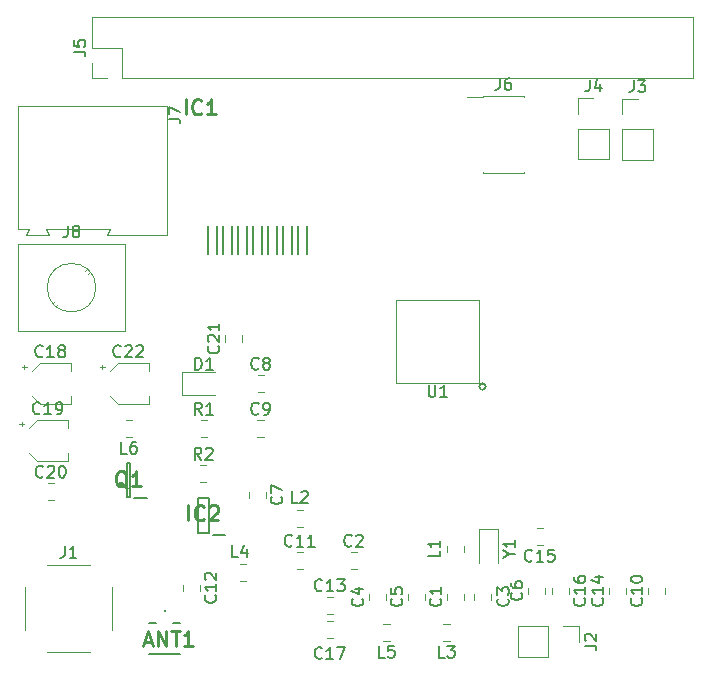
<source format=gbr>
G04 #@! TF.GenerationSoftware,KiCad,Pcbnew,(5.0.0)*
G04 #@! TF.CreationDate,2019-04-02T14:56:13-03:00*
G04 #@! TF.ProjectId,basic-hat,62617369632D6861742E6B696361645F,rev?*
G04 #@! TF.SameCoordinates,Original*
G04 #@! TF.FileFunction,Legend,Top*
G04 #@! TF.FilePolarity,Positive*
%FSLAX46Y46*%
G04 Gerber Fmt 4.6, Leading zero omitted, Abs format (unit mm)*
G04 Created by KiCad (PCBNEW (5.0.0)) date 04/02/19 14:56:13*
%MOMM*%
%LPD*%
G01*
G04 APERTURE LIST*
%ADD10C,0.200000*%
%ADD11C,0.254000*%
%ADD12C,0.120000*%
%ADD13C,0.152400*%
%ADD14C,0.008000*%
%ADD15C,0.150000*%
G04 APERTURE END LIST*
D10*
G04 #@! TO.C,ANT1*
X54640000Y-75723000D02*
X52040000Y-75723000D01*
X54640000Y-73123000D02*
X54101000Y-73123000D01*
X52040000Y-73123000D02*
X52579000Y-73123000D01*
D11*
X53384000Y-72070000D02*
G75*
G03X53384000Y-72070000I-31000J0D01*
G01*
D12*
G04 #@! TO.C,C1*
X78688000Y-71136252D02*
X78688000Y-70613748D01*
X77268000Y-71136252D02*
X77268000Y-70613748D01*
G04 #@! TO.C,C2*
X69089748Y-67108000D02*
X69612252Y-67108000D01*
X69089748Y-68528000D02*
X69612252Y-68528000D01*
G04 #@! TO.C,C3*
X79554000Y-71127252D02*
X79554000Y-70604748D01*
X80974000Y-71127252D02*
X80974000Y-70604748D01*
G04 #@! TO.C,C4*
X70664000Y-71127252D02*
X70664000Y-70604748D01*
X72084000Y-71127252D02*
X72084000Y-70604748D01*
G04 #@! TO.C,C5*
X75386000Y-71127252D02*
X75386000Y-70604748D01*
X73966000Y-71127252D02*
X73966000Y-70604748D01*
G04 #@! TO.C,C6*
X84126000Y-70619252D02*
X84126000Y-70096748D01*
X85546000Y-70619252D02*
X85546000Y-70096748D01*
G04 #@! TO.C,C7*
X60504000Y-61977748D02*
X60504000Y-62500252D01*
X61924000Y-61977748D02*
X61924000Y-62500252D01*
G04 #@! TO.C,C8*
X61215748Y-53542000D02*
X61738252Y-53542000D01*
X61215748Y-52122000D02*
X61738252Y-52122000D01*
G04 #@! TO.C,C9*
X61206748Y-57352000D02*
X61729252Y-57352000D01*
X61206748Y-55932000D02*
X61729252Y-55932000D01*
G04 #@! TO.C,C10*
X94286000Y-70628252D02*
X94286000Y-70105748D01*
X95706000Y-70628252D02*
X95706000Y-70105748D01*
G04 #@! TO.C,C11*
X64517748Y-68528000D02*
X65040252Y-68528000D01*
X64517748Y-67108000D02*
X65040252Y-67108000D01*
G04 #@! TO.C,C12*
X56336000Y-69842748D02*
X56336000Y-70365252D01*
X54916000Y-69842748D02*
X54916000Y-70365252D01*
G04 #@! TO.C,C13*
X67057748Y-72305001D02*
X67580252Y-72305001D01*
X67057748Y-70885001D02*
X67580252Y-70885001D01*
G04 #@! TO.C,C14*
X90984000Y-70628252D02*
X90984000Y-70105748D01*
X92404000Y-70628252D02*
X92404000Y-70105748D01*
G04 #@! TO.C,C15*
X85360252Y-65076000D02*
X84837748Y-65076000D01*
X85360252Y-66496000D02*
X84837748Y-66496000D01*
G04 #@! TO.C,C16*
X87578000Y-70105748D02*
X87578000Y-70628252D01*
X86158000Y-70105748D02*
X86158000Y-70628252D01*
G04 #@! TO.C,C17*
X67057748Y-72950000D02*
X67580252Y-72950000D01*
X67057748Y-74370000D02*
X67580252Y-74370000D01*
G04 #@! TO.C,C18*
X41476500Y-51209500D02*
X41476500Y-51584500D01*
X41289000Y-51397000D02*
X41664000Y-51397000D01*
X42093437Y-53892000D02*
X42793437Y-54592000D01*
X42093437Y-51772000D02*
X42793437Y-51072000D01*
X42793437Y-54592000D02*
X45424000Y-54592000D01*
X42793437Y-51072000D02*
X45424000Y-51072000D01*
X45424000Y-51072000D02*
X45424000Y-51772000D01*
X45424000Y-54592000D02*
X45424000Y-53892000D01*
G04 #@! TO.C,C19*
X45194000Y-59418000D02*
X45194000Y-58718000D01*
X45194000Y-55898000D02*
X45194000Y-56598000D01*
X42563437Y-55898000D02*
X45194000Y-55898000D01*
X42563437Y-59418000D02*
X45194000Y-59418000D01*
X41863437Y-56598000D02*
X42563437Y-55898000D01*
X41863437Y-58718000D02*
X42563437Y-59418000D01*
X41059000Y-56223000D02*
X41434000Y-56223000D01*
X41246500Y-56035500D02*
X41246500Y-56410500D01*
G04 #@! TO.C,C20*
X43435748Y-61266000D02*
X43958252Y-61266000D01*
X43435748Y-62686000D02*
X43958252Y-62686000D01*
G04 #@! TO.C,C21*
X59892000Y-49274252D02*
X59892000Y-48751748D01*
X58472000Y-49274252D02*
X58472000Y-48751748D01*
G04 #@! TO.C,C22*
X52028000Y-54592000D02*
X52028000Y-53892000D01*
X52028000Y-51072000D02*
X52028000Y-51772000D01*
X49397437Y-51072000D02*
X52028000Y-51072000D01*
X49397437Y-54592000D02*
X52028000Y-54592000D01*
X48697437Y-51772000D02*
X49397437Y-51072000D01*
X48697437Y-53892000D02*
X49397437Y-54592000D01*
X47893000Y-51397000D02*
X48268000Y-51397000D01*
X48080500Y-51209500D02*
X48080500Y-51584500D01*
G04 #@! TO.C,D1*
X57651000Y-51872000D02*
X54791000Y-51872000D01*
X54791000Y-51872000D02*
X54791000Y-53792000D01*
X54791000Y-53792000D02*
X57651000Y-53792000D01*
D13*
G04 #@! TO.C,IC1*
X56997600Y-39471600D02*
X56997600Y-41884600D01*
X58267600Y-39471600D02*
X58267600Y-41884600D01*
X59537600Y-39471600D02*
X59537600Y-41884600D01*
X60807600Y-39471600D02*
X60807600Y-41884600D01*
X62077600Y-39471600D02*
X62077600Y-41884600D01*
X63347600Y-39471600D02*
X63347600Y-41884600D01*
X64617600Y-39471600D02*
X64617600Y-41884600D01*
X57810400Y-39471600D02*
X57810400Y-41884600D01*
X59080400Y-39471600D02*
X59080400Y-41884600D01*
X60350400Y-39471600D02*
X60350400Y-41884600D01*
X61620400Y-39471600D02*
X61620400Y-41884600D01*
X62890400Y-39471600D02*
X62890400Y-41884600D01*
X64160400Y-39471600D02*
X64160400Y-41884600D01*
X65430400Y-39471600D02*
X65430400Y-41884600D01*
D10*
G04 #@! TO.C,IC2*
X57092000Y-65483000D02*
X56192000Y-65483000D01*
X56192000Y-65483000D02*
X56192000Y-62533000D01*
X56192000Y-62533000D02*
X57092000Y-62533000D01*
X57092000Y-62533000D02*
X57092000Y-65483000D01*
X58442000Y-65608000D02*
X57442000Y-65608000D01*
D12*
G04 #@! TO.C,J1*
X41532000Y-70082000D02*
X41532000Y-73682000D01*
X48892000Y-70082000D02*
X48892000Y-73682000D01*
X43412000Y-75562000D02*
X47012000Y-75562000D01*
X43412000Y-68202000D02*
X47012000Y-68202000D01*
G04 #@! TO.C,J2*
X88452000Y-73346000D02*
X88452000Y-74676000D01*
X87122000Y-73346000D02*
X88452000Y-73346000D01*
X85852000Y-73346000D02*
X85852000Y-76006000D01*
X85852000Y-76006000D02*
X83252000Y-76006000D01*
X85852000Y-73346000D02*
X83252000Y-73346000D01*
X83252000Y-73346000D02*
X83252000Y-76006000D01*
G04 #@! TO.C,J3*
X92059001Y-33889001D02*
X94719001Y-33889001D01*
X92059001Y-31289001D02*
X92059001Y-33889001D01*
X94719001Y-31289001D02*
X94719001Y-33889001D01*
X92059001Y-31289001D02*
X94719001Y-31289001D01*
X92059001Y-30019001D02*
X92059001Y-28689001D01*
X92059001Y-28689001D02*
X93389001Y-28689001D01*
G04 #@! TO.C,J4*
X88332000Y-33842000D02*
X90992000Y-33842000D01*
X88332000Y-31242000D02*
X88332000Y-33842000D01*
X90992000Y-31242000D02*
X90992000Y-33842000D01*
X88332000Y-31242000D02*
X90992000Y-31242000D01*
X88332000Y-29972000D02*
X88332000Y-28642000D01*
X88332000Y-28642000D02*
X89662000Y-28642000D01*
G04 #@! TO.C,J5*
X98104000Y-26984000D02*
X98104000Y-21784000D01*
X49784000Y-26984000D02*
X98104000Y-26984000D01*
X47184000Y-21784000D02*
X98104000Y-21784000D01*
X49784000Y-26984000D02*
X49784000Y-24384000D01*
X49784000Y-24384000D02*
X47184000Y-24384000D01*
X47184000Y-24384000D02*
X47184000Y-21784000D01*
X48514000Y-26984000D02*
X47184000Y-26984000D01*
X47184000Y-26984000D02*
X47184000Y-25654000D01*
G04 #@! TO.C,J6*
X80277000Y-28515000D02*
X83807000Y-28515000D01*
X80277000Y-34985000D02*
X83807000Y-34985000D01*
X78952000Y-28580000D02*
X80277000Y-28580000D01*
X80277000Y-28515000D02*
X80277000Y-28580000D01*
X83807000Y-28515000D02*
X83807000Y-28580000D01*
X80277000Y-34920000D02*
X80277000Y-34985000D01*
X83807000Y-34920000D02*
X83807000Y-34985000D01*
G04 #@! TO.C,J7*
X53544000Y-29354000D02*
X40944000Y-29354000D01*
X40944000Y-29354000D02*
X40944000Y-39704000D01*
X40944000Y-39704000D02*
X41894000Y-39704000D01*
X41894000Y-39704000D02*
X41644000Y-40204000D01*
X41644000Y-40204000D02*
X43544000Y-40204000D01*
X43544000Y-40204000D02*
X43594000Y-40204000D01*
X43594000Y-40204000D02*
X43344000Y-39704000D01*
X43344000Y-39704000D02*
X48744000Y-39704000D01*
X48744000Y-39704000D02*
X48444000Y-40204000D01*
X48444000Y-40204000D02*
X53544000Y-40204000D01*
X53544000Y-40204000D02*
X53544000Y-29354000D01*
G04 #@! TO.C,J8*
X47526000Y-44704000D02*
G75*
G03X47526000Y-44704000I-2060000J0D01*
G01*
X47029000Y-43393000D02*
X46842000Y-43579000D01*
X44298000Y-46123000D02*
X44154000Y-46267000D01*
X46778000Y-43141000D02*
X46634000Y-43285000D01*
X44090000Y-45828000D02*
X43903000Y-46015000D01*
X40906000Y-40994000D02*
X50026000Y-40994000D01*
X40906000Y-48414000D02*
X50026000Y-48414000D01*
X40906000Y-40994000D02*
X40906000Y-48414000D01*
X50026000Y-40994000D02*
X50026000Y-48414000D01*
G04 #@! TO.C,L1*
X78688000Y-66549748D02*
X78688000Y-67072252D01*
X77268000Y-66549748D02*
X77268000Y-67072252D01*
G04 #@! TO.C,L2*
X65040252Y-64972000D02*
X64517748Y-64972000D01*
X65040252Y-63552000D02*
X64517748Y-63552000D01*
G04 #@! TO.C,L3*
X77477252Y-73204000D02*
X76954748Y-73204000D01*
X77477252Y-74624000D02*
X76954748Y-74624000D01*
G04 #@! TO.C,L4*
X60214252Y-68124000D02*
X59691748Y-68124000D01*
X60214252Y-69544000D02*
X59691748Y-69544000D01*
G04 #@! TO.C,L5*
X72397252Y-74624000D02*
X71874748Y-74624000D01*
X72397252Y-73204000D02*
X71874748Y-73204000D01*
G04 #@! TO.C,L6*
X50562252Y-55932000D02*
X50039748Y-55932000D01*
X50562252Y-57352000D02*
X50039748Y-57352000D01*
D10*
G04 #@! TO.C,Q1*
X50442000Y-62410000D02*
X50142000Y-62410000D01*
X50142000Y-62410000D02*
X50142000Y-59510000D01*
X50142000Y-59510000D02*
X50442000Y-59510000D01*
X50442000Y-59510000D02*
X50442000Y-62410000D01*
X51892000Y-62495000D02*
X50792000Y-62495000D01*
D12*
G04 #@! TO.C,R1*
X56389748Y-57352000D02*
X56912252Y-57352000D01*
X56389748Y-55932000D02*
X56912252Y-55932000D01*
G04 #@! TO.C,R2*
X56371748Y-59742000D02*
X56894252Y-59742000D01*
X56371748Y-61162000D02*
X56894252Y-61162000D01*
D14*
G04 #@! TO.C,U1*
X79946500Y-52768500D02*
X72961500Y-52768500D01*
X72961500Y-52768500D02*
X72961500Y-45783500D01*
X72961500Y-45783500D02*
X79946500Y-45783500D01*
X79946500Y-45783500D02*
X79946500Y-52768500D01*
D15*
X80533408Y-53086000D02*
G75*
G03X80533408Y-53086000I-269408J0D01*
G01*
D12*
G04 #@! TO.C,Y1*
X81572000Y-68002000D02*
X81572000Y-65152000D01*
X81572000Y-65152000D02*
X79972000Y-65152000D01*
X79972000Y-65152000D02*
X79972000Y-68002000D01*
G04 #@! TO.C,ANT1*
D11*
X51615809Y-74685666D02*
X52220571Y-74685666D01*
X51494857Y-75048523D02*
X51918190Y-73778523D01*
X52341523Y-75048523D01*
X52764857Y-75048523D02*
X52764857Y-73778523D01*
X53490571Y-75048523D01*
X53490571Y-73778523D01*
X53913904Y-73778523D02*
X54639619Y-73778523D01*
X54276761Y-75048523D02*
X54276761Y-73778523D01*
X55728190Y-75048523D02*
X55002476Y-75048523D01*
X55365333Y-75048523D02*
X55365333Y-73778523D01*
X55244380Y-73959952D01*
X55123428Y-74080904D01*
X55002476Y-74141380D01*
G04 #@! TO.C,C1*
D15*
X76685142Y-71041666D02*
X76732761Y-71089285D01*
X76780380Y-71232142D01*
X76780380Y-71327380D01*
X76732761Y-71470238D01*
X76637523Y-71565476D01*
X76542285Y-71613095D01*
X76351809Y-71660714D01*
X76208952Y-71660714D01*
X76018476Y-71613095D01*
X75923238Y-71565476D01*
X75828000Y-71470238D01*
X75780380Y-71327380D01*
X75780380Y-71232142D01*
X75828000Y-71089285D01*
X75875619Y-71041666D01*
X76780380Y-70089285D02*
X76780380Y-70660714D01*
X76780380Y-70375000D02*
X75780380Y-70375000D01*
X75923238Y-70470238D01*
X76018476Y-70565476D01*
X76066095Y-70660714D01*
G04 #@! TO.C,C2*
X69184333Y-66525142D02*
X69136714Y-66572761D01*
X68993857Y-66620380D01*
X68898619Y-66620380D01*
X68755761Y-66572761D01*
X68660523Y-66477523D01*
X68612904Y-66382285D01*
X68565285Y-66191809D01*
X68565285Y-66048952D01*
X68612904Y-65858476D01*
X68660523Y-65763238D01*
X68755761Y-65668000D01*
X68898619Y-65620380D01*
X68993857Y-65620380D01*
X69136714Y-65668000D01*
X69184333Y-65715619D01*
X69565285Y-65715619D02*
X69612904Y-65668000D01*
X69708142Y-65620380D01*
X69946238Y-65620380D01*
X70041476Y-65668000D01*
X70089095Y-65715619D01*
X70136714Y-65810857D01*
X70136714Y-65906095D01*
X70089095Y-66048952D01*
X69517666Y-66620380D01*
X70136714Y-66620380D01*
G04 #@! TO.C,C3*
X82399142Y-71032666D02*
X82446761Y-71080285D01*
X82494380Y-71223142D01*
X82494380Y-71318380D01*
X82446761Y-71461238D01*
X82351523Y-71556476D01*
X82256285Y-71604095D01*
X82065809Y-71651714D01*
X81922952Y-71651714D01*
X81732476Y-71604095D01*
X81637238Y-71556476D01*
X81542000Y-71461238D01*
X81494380Y-71318380D01*
X81494380Y-71223142D01*
X81542000Y-71080285D01*
X81589619Y-71032666D01*
X81494380Y-70699333D02*
X81494380Y-70080285D01*
X81875333Y-70413619D01*
X81875333Y-70270761D01*
X81922952Y-70175523D01*
X81970571Y-70127904D01*
X82065809Y-70080285D01*
X82303904Y-70080285D01*
X82399142Y-70127904D01*
X82446761Y-70175523D01*
X82494380Y-70270761D01*
X82494380Y-70556476D01*
X82446761Y-70651714D01*
X82399142Y-70699333D01*
G04 #@! TO.C,C4*
X70081142Y-71032666D02*
X70128761Y-71080285D01*
X70176380Y-71223142D01*
X70176380Y-71318380D01*
X70128761Y-71461238D01*
X70033523Y-71556476D01*
X69938285Y-71604095D01*
X69747809Y-71651714D01*
X69604952Y-71651714D01*
X69414476Y-71604095D01*
X69319238Y-71556476D01*
X69224000Y-71461238D01*
X69176380Y-71318380D01*
X69176380Y-71223142D01*
X69224000Y-71080285D01*
X69271619Y-71032666D01*
X69509714Y-70175523D02*
X70176380Y-70175523D01*
X69128761Y-70413619D02*
X69843047Y-70651714D01*
X69843047Y-70032666D01*
G04 #@! TO.C,C5*
X73383142Y-71032666D02*
X73430761Y-71080285D01*
X73478380Y-71223142D01*
X73478380Y-71318380D01*
X73430761Y-71461238D01*
X73335523Y-71556476D01*
X73240285Y-71604095D01*
X73049809Y-71651714D01*
X72906952Y-71651714D01*
X72716476Y-71604095D01*
X72621238Y-71556476D01*
X72526000Y-71461238D01*
X72478380Y-71318380D01*
X72478380Y-71223142D01*
X72526000Y-71080285D01*
X72573619Y-71032666D01*
X72478380Y-70127904D02*
X72478380Y-70604095D01*
X72954571Y-70651714D01*
X72906952Y-70604095D01*
X72859333Y-70508857D01*
X72859333Y-70270761D01*
X72906952Y-70175523D01*
X72954571Y-70127904D01*
X73049809Y-70080285D01*
X73287904Y-70080285D01*
X73383142Y-70127904D01*
X73430761Y-70175523D01*
X73478380Y-70270761D01*
X73478380Y-70508857D01*
X73430761Y-70604095D01*
X73383142Y-70651714D01*
G04 #@! TO.C,C6*
X83543142Y-70524666D02*
X83590761Y-70572285D01*
X83638380Y-70715142D01*
X83638380Y-70810380D01*
X83590761Y-70953238D01*
X83495523Y-71048476D01*
X83400285Y-71096095D01*
X83209809Y-71143714D01*
X83066952Y-71143714D01*
X82876476Y-71096095D01*
X82781238Y-71048476D01*
X82686000Y-70953238D01*
X82638380Y-70810380D01*
X82638380Y-70715142D01*
X82686000Y-70572285D01*
X82733619Y-70524666D01*
X82638380Y-69667523D02*
X82638380Y-69858000D01*
X82686000Y-69953238D01*
X82733619Y-70000857D01*
X82876476Y-70096095D01*
X83066952Y-70143714D01*
X83447904Y-70143714D01*
X83543142Y-70096095D01*
X83590761Y-70048476D01*
X83638380Y-69953238D01*
X83638380Y-69762761D01*
X83590761Y-69667523D01*
X83543142Y-69619904D01*
X83447904Y-69572285D01*
X83209809Y-69572285D01*
X83114571Y-69619904D01*
X83066952Y-69667523D01*
X83019333Y-69762761D01*
X83019333Y-69953238D01*
X83066952Y-70048476D01*
X83114571Y-70096095D01*
X83209809Y-70143714D01*
G04 #@! TO.C,C7*
X63221142Y-62405666D02*
X63268761Y-62453285D01*
X63316380Y-62596142D01*
X63316380Y-62691380D01*
X63268761Y-62834238D01*
X63173523Y-62929476D01*
X63078285Y-62977095D01*
X62887809Y-63024714D01*
X62744952Y-63024714D01*
X62554476Y-62977095D01*
X62459238Y-62929476D01*
X62364000Y-62834238D01*
X62316380Y-62691380D01*
X62316380Y-62596142D01*
X62364000Y-62453285D01*
X62411619Y-62405666D01*
X62316380Y-62072333D02*
X62316380Y-61405666D01*
X63316380Y-61834238D01*
G04 #@! TO.C,C8*
X61310333Y-51539142D02*
X61262714Y-51586761D01*
X61119857Y-51634380D01*
X61024619Y-51634380D01*
X60881761Y-51586761D01*
X60786523Y-51491523D01*
X60738904Y-51396285D01*
X60691285Y-51205809D01*
X60691285Y-51062952D01*
X60738904Y-50872476D01*
X60786523Y-50777238D01*
X60881761Y-50682000D01*
X61024619Y-50634380D01*
X61119857Y-50634380D01*
X61262714Y-50682000D01*
X61310333Y-50729619D01*
X61881761Y-51062952D02*
X61786523Y-51015333D01*
X61738904Y-50967714D01*
X61691285Y-50872476D01*
X61691285Y-50824857D01*
X61738904Y-50729619D01*
X61786523Y-50682000D01*
X61881761Y-50634380D01*
X62072238Y-50634380D01*
X62167476Y-50682000D01*
X62215095Y-50729619D01*
X62262714Y-50824857D01*
X62262714Y-50872476D01*
X62215095Y-50967714D01*
X62167476Y-51015333D01*
X62072238Y-51062952D01*
X61881761Y-51062952D01*
X61786523Y-51110571D01*
X61738904Y-51158190D01*
X61691285Y-51253428D01*
X61691285Y-51443904D01*
X61738904Y-51539142D01*
X61786523Y-51586761D01*
X61881761Y-51634380D01*
X62072238Y-51634380D01*
X62167476Y-51586761D01*
X62215095Y-51539142D01*
X62262714Y-51443904D01*
X62262714Y-51253428D01*
X62215095Y-51158190D01*
X62167476Y-51110571D01*
X62072238Y-51062952D01*
G04 #@! TO.C,C9*
X61301333Y-55349142D02*
X61253714Y-55396761D01*
X61110857Y-55444380D01*
X61015619Y-55444380D01*
X60872761Y-55396761D01*
X60777523Y-55301523D01*
X60729904Y-55206285D01*
X60682285Y-55015809D01*
X60682285Y-54872952D01*
X60729904Y-54682476D01*
X60777523Y-54587238D01*
X60872761Y-54492000D01*
X61015619Y-54444380D01*
X61110857Y-54444380D01*
X61253714Y-54492000D01*
X61301333Y-54539619D01*
X61777523Y-55444380D02*
X61968000Y-55444380D01*
X62063238Y-55396761D01*
X62110857Y-55349142D01*
X62206095Y-55206285D01*
X62253714Y-55015809D01*
X62253714Y-54634857D01*
X62206095Y-54539619D01*
X62158476Y-54492000D01*
X62063238Y-54444380D01*
X61872761Y-54444380D01*
X61777523Y-54492000D01*
X61729904Y-54539619D01*
X61682285Y-54634857D01*
X61682285Y-54872952D01*
X61729904Y-54968190D01*
X61777523Y-55015809D01*
X61872761Y-55063428D01*
X62063238Y-55063428D01*
X62158476Y-55015809D01*
X62206095Y-54968190D01*
X62253714Y-54872952D01*
G04 #@! TO.C,C10*
X93703142Y-71009857D02*
X93750761Y-71057476D01*
X93798380Y-71200333D01*
X93798380Y-71295571D01*
X93750761Y-71438428D01*
X93655523Y-71533666D01*
X93560285Y-71581285D01*
X93369809Y-71628904D01*
X93226952Y-71628904D01*
X93036476Y-71581285D01*
X92941238Y-71533666D01*
X92846000Y-71438428D01*
X92798380Y-71295571D01*
X92798380Y-71200333D01*
X92846000Y-71057476D01*
X92893619Y-71009857D01*
X93798380Y-70057476D02*
X93798380Y-70628904D01*
X93798380Y-70343190D02*
X92798380Y-70343190D01*
X92941238Y-70438428D01*
X93036476Y-70533666D01*
X93084095Y-70628904D01*
X92798380Y-69438428D02*
X92798380Y-69343190D01*
X92846000Y-69247952D01*
X92893619Y-69200333D01*
X92988857Y-69152714D01*
X93179333Y-69105095D01*
X93417428Y-69105095D01*
X93607904Y-69152714D01*
X93703142Y-69200333D01*
X93750761Y-69247952D01*
X93798380Y-69343190D01*
X93798380Y-69438428D01*
X93750761Y-69533666D01*
X93703142Y-69581285D01*
X93607904Y-69628904D01*
X93417428Y-69676523D01*
X93179333Y-69676523D01*
X92988857Y-69628904D01*
X92893619Y-69581285D01*
X92846000Y-69533666D01*
X92798380Y-69438428D01*
G04 #@! TO.C,C11*
X64136142Y-66525142D02*
X64088523Y-66572761D01*
X63945666Y-66620380D01*
X63850428Y-66620380D01*
X63707571Y-66572761D01*
X63612333Y-66477523D01*
X63564714Y-66382285D01*
X63517095Y-66191809D01*
X63517095Y-66048952D01*
X63564714Y-65858476D01*
X63612333Y-65763238D01*
X63707571Y-65668000D01*
X63850428Y-65620380D01*
X63945666Y-65620380D01*
X64088523Y-65668000D01*
X64136142Y-65715619D01*
X65088523Y-66620380D02*
X64517095Y-66620380D01*
X64802809Y-66620380D02*
X64802809Y-65620380D01*
X64707571Y-65763238D01*
X64612333Y-65858476D01*
X64517095Y-65906095D01*
X66040904Y-66620380D02*
X65469476Y-66620380D01*
X65755190Y-66620380D02*
X65755190Y-65620380D01*
X65659952Y-65763238D01*
X65564714Y-65858476D01*
X65469476Y-65906095D01*
G04 #@! TO.C,C12*
X57633142Y-70746857D02*
X57680761Y-70794476D01*
X57728380Y-70937333D01*
X57728380Y-71032571D01*
X57680761Y-71175428D01*
X57585523Y-71270666D01*
X57490285Y-71318285D01*
X57299809Y-71365904D01*
X57156952Y-71365904D01*
X56966476Y-71318285D01*
X56871238Y-71270666D01*
X56776000Y-71175428D01*
X56728380Y-71032571D01*
X56728380Y-70937333D01*
X56776000Y-70794476D01*
X56823619Y-70746857D01*
X57728380Y-69794476D02*
X57728380Y-70365904D01*
X57728380Y-70080190D02*
X56728380Y-70080190D01*
X56871238Y-70175428D01*
X56966476Y-70270666D01*
X57014095Y-70365904D01*
X56823619Y-69413523D02*
X56776000Y-69365904D01*
X56728380Y-69270666D01*
X56728380Y-69032571D01*
X56776000Y-68937333D01*
X56823619Y-68889714D01*
X56918857Y-68842095D01*
X57014095Y-68842095D01*
X57156952Y-68889714D01*
X57728380Y-69461142D01*
X57728380Y-68842095D01*
G04 #@! TO.C,C13*
X66676142Y-70302143D02*
X66628523Y-70349762D01*
X66485666Y-70397381D01*
X66390428Y-70397381D01*
X66247571Y-70349762D01*
X66152333Y-70254524D01*
X66104714Y-70159286D01*
X66057095Y-69968810D01*
X66057095Y-69825953D01*
X66104714Y-69635477D01*
X66152333Y-69540239D01*
X66247571Y-69445001D01*
X66390428Y-69397381D01*
X66485666Y-69397381D01*
X66628523Y-69445001D01*
X66676142Y-69492620D01*
X67628523Y-70397381D02*
X67057095Y-70397381D01*
X67342809Y-70397381D02*
X67342809Y-69397381D01*
X67247571Y-69540239D01*
X67152333Y-69635477D01*
X67057095Y-69683096D01*
X67961857Y-69397381D02*
X68580904Y-69397381D01*
X68247571Y-69778334D01*
X68390428Y-69778334D01*
X68485666Y-69825953D01*
X68533285Y-69873572D01*
X68580904Y-69968810D01*
X68580904Y-70206905D01*
X68533285Y-70302143D01*
X68485666Y-70349762D01*
X68390428Y-70397381D01*
X68104714Y-70397381D01*
X68009476Y-70349762D01*
X67961857Y-70302143D01*
G04 #@! TO.C,C14*
X90401142Y-71009857D02*
X90448761Y-71057476D01*
X90496380Y-71200333D01*
X90496380Y-71295571D01*
X90448761Y-71438428D01*
X90353523Y-71533666D01*
X90258285Y-71581285D01*
X90067809Y-71628904D01*
X89924952Y-71628904D01*
X89734476Y-71581285D01*
X89639238Y-71533666D01*
X89544000Y-71438428D01*
X89496380Y-71295571D01*
X89496380Y-71200333D01*
X89544000Y-71057476D01*
X89591619Y-71009857D01*
X90496380Y-70057476D02*
X90496380Y-70628904D01*
X90496380Y-70343190D02*
X89496380Y-70343190D01*
X89639238Y-70438428D01*
X89734476Y-70533666D01*
X89782095Y-70628904D01*
X89829714Y-69200333D02*
X90496380Y-69200333D01*
X89448761Y-69438428D02*
X90163047Y-69676523D01*
X90163047Y-69057476D01*
G04 #@! TO.C,C15*
X84456142Y-67793142D02*
X84408523Y-67840761D01*
X84265666Y-67888380D01*
X84170428Y-67888380D01*
X84027571Y-67840761D01*
X83932333Y-67745523D01*
X83884714Y-67650285D01*
X83837095Y-67459809D01*
X83837095Y-67316952D01*
X83884714Y-67126476D01*
X83932333Y-67031238D01*
X84027571Y-66936000D01*
X84170428Y-66888380D01*
X84265666Y-66888380D01*
X84408523Y-66936000D01*
X84456142Y-66983619D01*
X85408523Y-67888380D02*
X84837095Y-67888380D01*
X85122809Y-67888380D02*
X85122809Y-66888380D01*
X85027571Y-67031238D01*
X84932333Y-67126476D01*
X84837095Y-67174095D01*
X86313285Y-66888380D02*
X85837095Y-66888380D01*
X85789476Y-67364571D01*
X85837095Y-67316952D01*
X85932333Y-67269333D01*
X86170428Y-67269333D01*
X86265666Y-67316952D01*
X86313285Y-67364571D01*
X86360904Y-67459809D01*
X86360904Y-67697904D01*
X86313285Y-67793142D01*
X86265666Y-67840761D01*
X86170428Y-67888380D01*
X85932333Y-67888380D01*
X85837095Y-67840761D01*
X85789476Y-67793142D01*
G04 #@! TO.C,C16*
X88875142Y-71009857D02*
X88922761Y-71057476D01*
X88970380Y-71200333D01*
X88970380Y-71295571D01*
X88922761Y-71438428D01*
X88827523Y-71533666D01*
X88732285Y-71581285D01*
X88541809Y-71628904D01*
X88398952Y-71628904D01*
X88208476Y-71581285D01*
X88113238Y-71533666D01*
X88018000Y-71438428D01*
X87970380Y-71295571D01*
X87970380Y-71200333D01*
X88018000Y-71057476D01*
X88065619Y-71009857D01*
X88970380Y-70057476D02*
X88970380Y-70628904D01*
X88970380Y-70343190D02*
X87970380Y-70343190D01*
X88113238Y-70438428D01*
X88208476Y-70533666D01*
X88256095Y-70628904D01*
X87970380Y-69200333D02*
X87970380Y-69390809D01*
X88018000Y-69486047D01*
X88065619Y-69533666D01*
X88208476Y-69628904D01*
X88398952Y-69676523D01*
X88779904Y-69676523D01*
X88875142Y-69628904D01*
X88922761Y-69581285D01*
X88970380Y-69486047D01*
X88970380Y-69295571D01*
X88922761Y-69200333D01*
X88875142Y-69152714D01*
X88779904Y-69105095D01*
X88541809Y-69105095D01*
X88446571Y-69152714D01*
X88398952Y-69200333D01*
X88351333Y-69295571D01*
X88351333Y-69486047D01*
X88398952Y-69581285D01*
X88446571Y-69628904D01*
X88541809Y-69676523D01*
G04 #@! TO.C,C17*
X66667142Y-76049142D02*
X66619523Y-76096761D01*
X66476666Y-76144380D01*
X66381428Y-76144380D01*
X66238571Y-76096761D01*
X66143333Y-76001523D01*
X66095714Y-75906285D01*
X66048095Y-75715809D01*
X66048095Y-75572952D01*
X66095714Y-75382476D01*
X66143333Y-75287238D01*
X66238571Y-75192000D01*
X66381428Y-75144380D01*
X66476666Y-75144380D01*
X66619523Y-75192000D01*
X66667142Y-75239619D01*
X67619523Y-76144380D02*
X67048095Y-76144380D01*
X67333809Y-76144380D02*
X67333809Y-75144380D01*
X67238571Y-75287238D01*
X67143333Y-75382476D01*
X67048095Y-75430095D01*
X67952857Y-75144380D02*
X68619523Y-75144380D01*
X68190952Y-76144380D01*
G04 #@! TO.C,C18*
X43021142Y-50489142D02*
X42973523Y-50536761D01*
X42830666Y-50584380D01*
X42735428Y-50584380D01*
X42592571Y-50536761D01*
X42497333Y-50441523D01*
X42449714Y-50346285D01*
X42402095Y-50155809D01*
X42402095Y-50012952D01*
X42449714Y-49822476D01*
X42497333Y-49727238D01*
X42592571Y-49632000D01*
X42735428Y-49584380D01*
X42830666Y-49584380D01*
X42973523Y-49632000D01*
X43021142Y-49679619D01*
X43973523Y-50584380D02*
X43402095Y-50584380D01*
X43687809Y-50584380D02*
X43687809Y-49584380D01*
X43592571Y-49727238D01*
X43497333Y-49822476D01*
X43402095Y-49870095D01*
X44544952Y-50012952D02*
X44449714Y-49965333D01*
X44402095Y-49917714D01*
X44354476Y-49822476D01*
X44354476Y-49774857D01*
X44402095Y-49679619D01*
X44449714Y-49632000D01*
X44544952Y-49584380D01*
X44735428Y-49584380D01*
X44830666Y-49632000D01*
X44878285Y-49679619D01*
X44925904Y-49774857D01*
X44925904Y-49822476D01*
X44878285Y-49917714D01*
X44830666Y-49965333D01*
X44735428Y-50012952D01*
X44544952Y-50012952D01*
X44449714Y-50060571D01*
X44402095Y-50108190D01*
X44354476Y-50203428D01*
X44354476Y-50393904D01*
X44402095Y-50489142D01*
X44449714Y-50536761D01*
X44544952Y-50584380D01*
X44735428Y-50584380D01*
X44830666Y-50536761D01*
X44878285Y-50489142D01*
X44925904Y-50393904D01*
X44925904Y-50203428D01*
X44878285Y-50108190D01*
X44830666Y-50060571D01*
X44735428Y-50012952D01*
G04 #@! TO.C,C19*
X42791142Y-55315142D02*
X42743523Y-55362761D01*
X42600666Y-55410380D01*
X42505428Y-55410380D01*
X42362571Y-55362761D01*
X42267333Y-55267523D01*
X42219714Y-55172285D01*
X42172095Y-54981809D01*
X42172095Y-54838952D01*
X42219714Y-54648476D01*
X42267333Y-54553238D01*
X42362571Y-54458000D01*
X42505428Y-54410380D01*
X42600666Y-54410380D01*
X42743523Y-54458000D01*
X42791142Y-54505619D01*
X43743523Y-55410380D02*
X43172095Y-55410380D01*
X43457809Y-55410380D02*
X43457809Y-54410380D01*
X43362571Y-54553238D01*
X43267333Y-54648476D01*
X43172095Y-54696095D01*
X44219714Y-55410380D02*
X44410190Y-55410380D01*
X44505428Y-55362761D01*
X44553047Y-55315142D01*
X44648285Y-55172285D01*
X44695904Y-54981809D01*
X44695904Y-54600857D01*
X44648285Y-54505619D01*
X44600666Y-54458000D01*
X44505428Y-54410380D01*
X44314952Y-54410380D01*
X44219714Y-54458000D01*
X44172095Y-54505619D01*
X44124476Y-54600857D01*
X44124476Y-54838952D01*
X44172095Y-54934190D01*
X44219714Y-54981809D01*
X44314952Y-55029428D01*
X44505428Y-55029428D01*
X44600666Y-54981809D01*
X44648285Y-54934190D01*
X44695904Y-54838952D01*
G04 #@! TO.C,C20*
X43054142Y-60683142D02*
X43006523Y-60730761D01*
X42863666Y-60778380D01*
X42768428Y-60778380D01*
X42625571Y-60730761D01*
X42530333Y-60635523D01*
X42482714Y-60540285D01*
X42435095Y-60349809D01*
X42435095Y-60206952D01*
X42482714Y-60016476D01*
X42530333Y-59921238D01*
X42625571Y-59826000D01*
X42768428Y-59778380D01*
X42863666Y-59778380D01*
X43006523Y-59826000D01*
X43054142Y-59873619D01*
X43435095Y-59873619D02*
X43482714Y-59826000D01*
X43577952Y-59778380D01*
X43816047Y-59778380D01*
X43911285Y-59826000D01*
X43958904Y-59873619D01*
X44006523Y-59968857D01*
X44006523Y-60064095D01*
X43958904Y-60206952D01*
X43387476Y-60778380D01*
X44006523Y-60778380D01*
X44625571Y-59778380D02*
X44720809Y-59778380D01*
X44816047Y-59826000D01*
X44863666Y-59873619D01*
X44911285Y-59968857D01*
X44958904Y-60159333D01*
X44958904Y-60397428D01*
X44911285Y-60587904D01*
X44863666Y-60683142D01*
X44816047Y-60730761D01*
X44720809Y-60778380D01*
X44625571Y-60778380D01*
X44530333Y-60730761D01*
X44482714Y-60683142D01*
X44435095Y-60587904D01*
X44387476Y-60397428D01*
X44387476Y-60159333D01*
X44435095Y-59968857D01*
X44482714Y-59873619D01*
X44530333Y-59826000D01*
X44625571Y-59778380D01*
G04 #@! TO.C,C21*
X57889142Y-49655857D02*
X57936761Y-49703476D01*
X57984380Y-49846333D01*
X57984380Y-49941571D01*
X57936761Y-50084428D01*
X57841523Y-50179666D01*
X57746285Y-50227285D01*
X57555809Y-50274904D01*
X57412952Y-50274904D01*
X57222476Y-50227285D01*
X57127238Y-50179666D01*
X57032000Y-50084428D01*
X56984380Y-49941571D01*
X56984380Y-49846333D01*
X57032000Y-49703476D01*
X57079619Y-49655857D01*
X57079619Y-49274904D02*
X57032000Y-49227285D01*
X56984380Y-49132047D01*
X56984380Y-48893952D01*
X57032000Y-48798714D01*
X57079619Y-48751095D01*
X57174857Y-48703476D01*
X57270095Y-48703476D01*
X57412952Y-48751095D01*
X57984380Y-49322523D01*
X57984380Y-48703476D01*
X57984380Y-47751095D02*
X57984380Y-48322523D01*
X57984380Y-48036809D02*
X56984380Y-48036809D01*
X57127238Y-48132047D01*
X57222476Y-48227285D01*
X57270095Y-48322523D01*
G04 #@! TO.C,C22*
X49625142Y-50489142D02*
X49577523Y-50536761D01*
X49434666Y-50584380D01*
X49339428Y-50584380D01*
X49196571Y-50536761D01*
X49101333Y-50441523D01*
X49053714Y-50346285D01*
X49006095Y-50155809D01*
X49006095Y-50012952D01*
X49053714Y-49822476D01*
X49101333Y-49727238D01*
X49196571Y-49632000D01*
X49339428Y-49584380D01*
X49434666Y-49584380D01*
X49577523Y-49632000D01*
X49625142Y-49679619D01*
X50006095Y-49679619D02*
X50053714Y-49632000D01*
X50148952Y-49584380D01*
X50387047Y-49584380D01*
X50482285Y-49632000D01*
X50529904Y-49679619D01*
X50577523Y-49774857D01*
X50577523Y-49870095D01*
X50529904Y-50012952D01*
X49958476Y-50584380D01*
X50577523Y-50584380D01*
X50958476Y-49679619D02*
X51006095Y-49632000D01*
X51101333Y-49584380D01*
X51339428Y-49584380D01*
X51434666Y-49632000D01*
X51482285Y-49679619D01*
X51529904Y-49774857D01*
X51529904Y-49870095D01*
X51482285Y-50012952D01*
X50910857Y-50584380D01*
X51529904Y-50584380D01*
G04 #@! TO.C,D1*
X55912904Y-51634380D02*
X55912904Y-50634380D01*
X56151000Y-50634380D01*
X56293857Y-50682000D01*
X56389095Y-50777238D01*
X56436714Y-50872476D01*
X56484333Y-51062952D01*
X56484333Y-51205809D01*
X56436714Y-51396285D01*
X56389095Y-51491523D01*
X56293857Y-51586761D01*
X56151000Y-51634380D01*
X55912904Y-51634380D01*
X57436714Y-51634380D02*
X56865285Y-51634380D01*
X57151000Y-51634380D02*
X57151000Y-50634380D01*
X57055761Y-50777238D01*
X56960523Y-50872476D01*
X56865285Y-50920095D01*
G04 #@! TO.C,IC1*
D11*
X55122838Y-30038523D02*
X55122838Y-28768523D01*
X56453314Y-29917571D02*
X56392838Y-29978047D01*
X56211409Y-30038523D01*
X56090457Y-30038523D01*
X55909028Y-29978047D01*
X55788076Y-29857095D01*
X55727600Y-29736142D01*
X55667123Y-29494238D01*
X55667123Y-29312809D01*
X55727600Y-29070904D01*
X55788076Y-28949952D01*
X55909028Y-28829000D01*
X56090457Y-28768523D01*
X56211409Y-28768523D01*
X56392838Y-28829000D01*
X56453314Y-28889476D01*
X57662838Y-30038523D02*
X56937123Y-30038523D01*
X57299980Y-30038523D02*
X57299980Y-28768523D01*
X57179028Y-28949952D01*
X57058076Y-29070904D01*
X56937123Y-29131380D01*
G04 #@! TO.C,IC2*
X55353239Y-64405524D02*
X55353239Y-63135524D01*
X56683715Y-64284572D02*
X56623239Y-64345048D01*
X56441810Y-64405524D01*
X56320858Y-64405524D01*
X56139429Y-64345048D01*
X56018477Y-64224096D01*
X55958001Y-64103143D01*
X55897524Y-63861239D01*
X55897524Y-63679810D01*
X55958001Y-63437905D01*
X56018477Y-63316953D01*
X56139429Y-63196001D01*
X56320858Y-63135524D01*
X56441810Y-63135524D01*
X56623239Y-63196001D01*
X56683715Y-63256477D01*
X57167524Y-63256477D02*
X57228001Y-63196001D01*
X57348953Y-63135524D01*
X57651334Y-63135524D01*
X57772286Y-63196001D01*
X57832762Y-63256477D01*
X57893239Y-63377429D01*
X57893239Y-63498381D01*
X57832762Y-63679810D01*
X57107048Y-64405524D01*
X57893239Y-64405524D01*
G04 #@! TO.C,J1*
D15*
X44878666Y-66584380D02*
X44878666Y-67298666D01*
X44831047Y-67441523D01*
X44735809Y-67536761D01*
X44592952Y-67584380D01*
X44497714Y-67584380D01*
X45878666Y-67584380D02*
X45307238Y-67584380D01*
X45592952Y-67584380D02*
X45592952Y-66584380D01*
X45497714Y-66727238D01*
X45402476Y-66822476D01*
X45307238Y-66870095D01*
G04 #@! TO.C,J2*
X88904380Y-75009333D02*
X89618666Y-75009333D01*
X89761523Y-75056952D01*
X89856761Y-75152190D01*
X89904380Y-75295047D01*
X89904380Y-75390285D01*
X88999619Y-74580761D02*
X88952000Y-74533142D01*
X88904380Y-74437904D01*
X88904380Y-74199809D01*
X88952000Y-74104571D01*
X88999619Y-74056952D01*
X89094857Y-74009333D01*
X89190095Y-74009333D01*
X89332952Y-74056952D01*
X89904380Y-74628380D01*
X89904380Y-74009333D01*
G04 #@! TO.C,J3*
X93055667Y-27141381D02*
X93055667Y-27855667D01*
X93008048Y-27998524D01*
X92912810Y-28093762D01*
X92769953Y-28141381D01*
X92674715Y-28141381D01*
X93436620Y-27141381D02*
X94055667Y-27141381D01*
X93722334Y-27522334D01*
X93865191Y-27522334D01*
X93960429Y-27569953D01*
X94008048Y-27617572D01*
X94055667Y-27712810D01*
X94055667Y-27950905D01*
X94008048Y-28046143D01*
X93960429Y-28093762D01*
X93865191Y-28141381D01*
X93579477Y-28141381D01*
X93484239Y-28093762D01*
X93436620Y-28046143D01*
G04 #@! TO.C,J4*
X89328666Y-27094380D02*
X89328666Y-27808666D01*
X89281047Y-27951523D01*
X89185809Y-28046761D01*
X89042952Y-28094380D01*
X88947714Y-28094380D01*
X90233428Y-27427714D02*
X90233428Y-28094380D01*
X89995333Y-27046761D02*
X89757238Y-27761047D01*
X90376285Y-27761047D01*
G04 #@! TO.C,J5*
X45636380Y-24717333D02*
X46350666Y-24717333D01*
X46493523Y-24764952D01*
X46588761Y-24860190D01*
X46636380Y-25003047D01*
X46636380Y-25098285D01*
X45636380Y-23764952D02*
X45636380Y-24241142D01*
X46112571Y-24288761D01*
X46064952Y-24241142D01*
X46017333Y-24145904D01*
X46017333Y-23907809D01*
X46064952Y-23812571D01*
X46112571Y-23764952D01*
X46207809Y-23717333D01*
X46445904Y-23717333D01*
X46541142Y-23764952D01*
X46588761Y-23812571D01*
X46636380Y-23907809D01*
X46636380Y-24145904D01*
X46588761Y-24241142D01*
X46541142Y-24288761D01*
G04 #@! TO.C,J6*
X81708666Y-26967380D02*
X81708666Y-27681666D01*
X81661047Y-27824523D01*
X81565809Y-27919761D01*
X81422952Y-27967380D01*
X81327714Y-27967380D01*
X82613428Y-26967380D02*
X82422952Y-26967380D01*
X82327714Y-27015000D01*
X82280095Y-27062619D01*
X82184857Y-27205476D01*
X82137238Y-27395952D01*
X82137238Y-27776904D01*
X82184857Y-27872142D01*
X82232476Y-27919761D01*
X82327714Y-27967380D01*
X82518190Y-27967380D01*
X82613428Y-27919761D01*
X82661047Y-27872142D01*
X82708666Y-27776904D01*
X82708666Y-27538809D01*
X82661047Y-27443571D01*
X82613428Y-27395952D01*
X82518190Y-27348333D01*
X82327714Y-27348333D01*
X82232476Y-27395952D01*
X82184857Y-27443571D01*
X82137238Y-27538809D01*
G04 #@! TO.C,J7*
X53686380Y-30417333D02*
X54400666Y-30417333D01*
X54543523Y-30464952D01*
X54638761Y-30560190D01*
X54686380Y-30703047D01*
X54686380Y-30798285D01*
X53686380Y-30036380D02*
X53686380Y-29369714D01*
X54686380Y-29798285D01*
G04 #@! TO.C,J8*
X45132666Y-39446380D02*
X45132666Y-40160666D01*
X45085047Y-40303523D01*
X44989809Y-40398761D01*
X44846952Y-40446380D01*
X44751714Y-40446380D01*
X45751714Y-39874952D02*
X45656476Y-39827333D01*
X45608857Y-39779714D01*
X45561238Y-39684476D01*
X45561238Y-39636857D01*
X45608857Y-39541619D01*
X45656476Y-39494000D01*
X45751714Y-39446380D01*
X45942190Y-39446380D01*
X46037428Y-39494000D01*
X46085047Y-39541619D01*
X46132666Y-39636857D01*
X46132666Y-39684476D01*
X46085047Y-39779714D01*
X46037428Y-39827333D01*
X45942190Y-39874952D01*
X45751714Y-39874952D01*
X45656476Y-39922571D01*
X45608857Y-39970190D01*
X45561238Y-40065428D01*
X45561238Y-40255904D01*
X45608857Y-40351142D01*
X45656476Y-40398761D01*
X45751714Y-40446380D01*
X45942190Y-40446380D01*
X46037428Y-40398761D01*
X46085047Y-40351142D01*
X46132666Y-40255904D01*
X46132666Y-40065428D01*
X46085047Y-39970190D01*
X46037428Y-39922571D01*
X45942190Y-39874952D01*
G04 #@! TO.C,L1*
X76652380Y-66977666D02*
X76652380Y-67453857D01*
X75652380Y-67453857D01*
X76652380Y-66120523D02*
X76652380Y-66691952D01*
X76652380Y-66406238D02*
X75652380Y-66406238D01*
X75795238Y-66501476D01*
X75890476Y-66596714D01*
X75938095Y-66691952D01*
G04 #@! TO.C,L2*
X64612333Y-62936380D02*
X64136142Y-62936380D01*
X64136142Y-61936380D01*
X64898047Y-62031619D02*
X64945666Y-61984000D01*
X65040904Y-61936380D01*
X65279000Y-61936380D01*
X65374238Y-61984000D01*
X65421857Y-62031619D01*
X65469476Y-62126857D01*
X65469476Y-62222095D01*
X65421857Y-62364952D01*
X64850428Y-62936380D01*
X65469476Y-62936380D01*
G04 #@! TO.C,L3*
X77049333Y-76016380D02*
X76573142Y-76016380D01*
X76573142Y-75016380D01*
X77287428Y-75016380D02*
X77906476Y-75016380D01*
X77573142Y-75397333D01*
X77716000Y-75397333D01*
X77811238Y-75444952D01*
X77858857Y-75492571D01*
X77906476Y-75587809D01*
X77906476Y-75825904D01*
X77858857Y-75921142D01*
X77811238Y-75968761D01*
X77716000Y-76016380D01*
X77430285Y-76016380D01*
X77335047Y-75968761D01*
X77287428Y-75921142D01*
G04 #@! TO.C,L4*
X59532333Y-67508380D02*
X59056142Y-67508380D01*
X59056142Y-66508380D01*
X60294238Y-66841714D02*
X60294238Y-67508380D01*
X60056142Y-66460761D02*
X59818047Y-67175047D01*
X60437095Y-67175047D01*
G04 #@! TO.C,L5*
X71969333Y-76016380D02*
X71493142Y-76016380D01*
X71493142Y-75016380D01*
X72778857Y-75016380D02*
X72302666Y-75016380D01*
X72255047Y-75492571D01*
X72302666Y-75444952D01*
X72397904Y-75397333D01*
X72636000Y-75397333D01*
X72731238Y-75444952D01*
X72778857Y-75492571D01*
X72826476Y-75587809D01*
X72826476Y-75825904D01*
X72778857Y-75921142D01*
X72731238Y-75968761D01*
X72636000Y-76016380D01*
X72397904Y-76016380D01*
X72302666Y-75968761D01*
X72255047Y-75921142D01*
G04 #@! TO.C,L6*
X50134333Y-58744380D02*
X49658142Y-58744380D01*
X49658142Y-57744380D01*
X50896238Y-57744380D02*
X50705761Y-57744380D01*
X50610523Y-57792000D01*
X50562904Y-57839619D01*
X50467666Y-57982476D01*
X50420047Y-58172952D01*
X50420047Y-58553904D01*
X50467666Y-58649142D01*
X50515285Y-58696761D01*
X50610523Y-58744380D01*
X50801000Y-58744380D01*
X50896238Y-58696761D01*
X50943857Y-58649142D01*
X50991476Y-58553904D01*
X50991476Y-58315809D01*
X50943857Y-58220571D01*
X50896238Y-58172952D01*
X50801000Y-58125333D01*
X50610523Y-58125333D01*
X50515285Y-58172952D01*
X50467666Y-58220571D01*
X50420047Y-58315809D01*
G04 #@! TO.C,Q1*
D11*
X50171047Y-61655476D02*
X50050095Y-61595000D01*
X49929142Y-61474047D01*
X49747714Y-61292619D01*
X49626761Y-61232142D01*
X49505809Y-61232142D01*
X49566285Y-61534523D02*
X49445333Y-61474047D01*
X49324380Y-61353095D01*
X49263904Y-61111190D01*
X49263904Y-60687857D01*
X49324380Y-60445952D01*
X49445333Y-60325000D01*
X49566285Y-60264523D01*
X49808190Y-60264523D01*
X49929142Y-60325000D01*
X50050095Y-60445952D01*
X50110571Y-60687857D01*
X50110571Y-61111190D01*
X50050095Y-61353095D01*
X49929142Y-61474047D01*
X49808190Y-61534523D01*
X49566285Y-61534523D01*
X51320095Y-61534523D02*
X50594380Y-61534523D01*
X50957238Y-61534523D02*
X50957238Y-60264523D01*
X50836285Y-60445952D01*
X50715333Y-60566904D01*
X50594380Y-60627380D01*
G04 #@! TO.C,R1*
D15*
X56484333Y-55444380D02*
X56151000Y-54968190D01*
X55912904Y-55444380D02*
X55912904Y-54444380D01*
X56293857Y-54444380D01*
X56389095Y-54492000D01*
X56436714Y-54539619D01*
X56484333Y-54634857D01*
X56484333Y-54777714D01*
X56436714Y-54872952D01*
X56389095Y-54920571D01*
X56293857Y-54968190D01*
X55912904Y-54968190D01*
X57436714Y-55444380D02*
X56865285Y-55444380D01*
X57151000Y-55444380D02*
X57151000Y-54444380D01*
X57055761Y-54587238D01*
X56960523Y-54682476D01*
X56865285Y-54730095D01*
G04 #@! TO.C,R2*
X56466333Y-59254380D02*
X56133000Y-58778190D01*
X55894904Y-59254380D02*
X55894904Y-58254380D01*
X56275857Y-58254380D01*
X56371095Y-58302000D01*
X56418714Y-58349619D01*
X56466333Y-58444857D01*
X56466333Y-58587714D01*
X56418714Y-58682952D01*
X56371095Y-58730571D01*
X56275857Y-58778190D01*
X55894904Y-58778190D01*
X56847285Y-58349619D02*
X56894904Y-58302000D01*
X56990142Y-58254380D01*
X57228238Y-58254380D01*
X57323476Y-58302000D01*
X57371095Y-58349619D01*
X57418714Y-58444857D01*
X57418714Y-58540095D01*
X57371095Y-58682952D01*
X56799666Y-59254380D01*
X57418714Y-59254380D01*
G04 #@! TO.C,U1*
X75692095Y-52944780D02*
X75692095Y-53754304D01*
X75739714Y-53849542D01*
X75787333Y-53897161D01*
X75882571Y-53944780D01*
X76073047Y-53944780D01*
X76168285Y-53897161D01*
X76215904Y-53849542D01*
X76263523Y-53754304D01*
X76263523Y-52944780D01*
X77263523Y-53944780D02*
X76692095Y-53944780D01*
X76977809Y-53944780D02*
X76977809Y-52944780D01*
X76882571Y-53087638D01*
X76787333Y-53182876D01*
X76692095Y-53230495D01*
G04 #@! TO.C,Y1*
X82548190Y-67278190D02*
X83024380Y-67278190D01*
X82024380Y-67611523D02*
X82548190Y-67278190D01*
X82024380Y-66944857D01*
X83024380Y-66087714D02*
X83024380Y-66659142D01*
X83024380Y-66373428D02*
X82024380Y-66373428D01*
X82167238Y-66468666D01*
X82262476Y-66563904D01*
X82310095Y-66659142D01*
G04 #@! TD*
M02*

</source>
